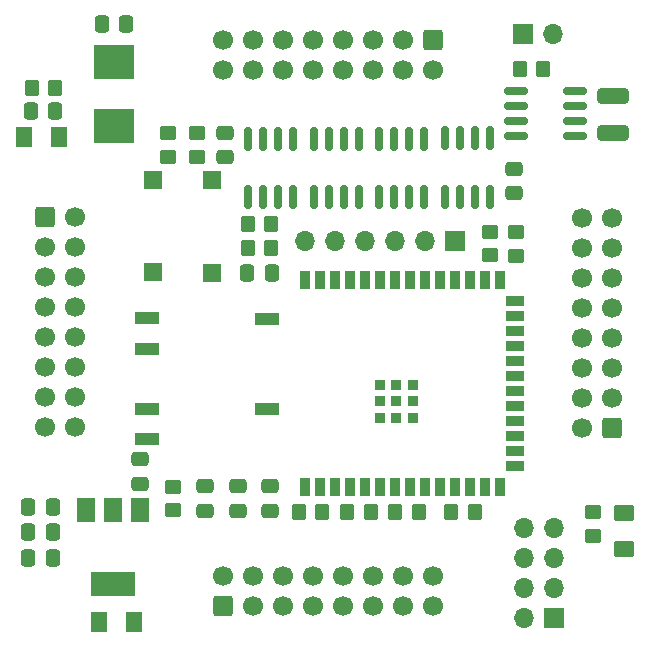
<source format=gbr>
%TF.GenerationSoftware,KiCad,Pcbnew,6.0.11+dfsg-1~bpo11+1*%
%TF.CreationDate,2023-07-05T16:33:08+02:00*%
%TF.ProjectId,avert_21,61766572-745f-4323-912e-6b696361645f,rev?*%
%TF.SameCoordinates,Original*%
%TF.FileFunction,Soldermask,Top*%
%TF.FilePolarity,Negative*%
%FSLAX46Y46*%
G04 Gerber Fmt 4.6, Leading zero omitted, Abs format (unit mm)*
G04 Created by KiCad (PCBNEW 6.0.11+dfsg-1~bpo11+1) date 2023-07-05 16:33:08*
%MOMM*%
%LPD*%
G01*
G04 APERTURE LIST*
G04 Aperture macros list*
%AMRoundRect*
0 Rectangle with rounded corners*
0 $1 Rounding radius*
0 $2 $3 $4 $5 $6 $7 $8 $9 X,Y pos of 4 corners*
0 Add a 4 corners polygon primitive as box body*
4,1,4,$2,$3,$4,$5,$6,$7,$8,$9,$2,$3,0*
0 Add four circle primitives for the rounded corners*
1,1,$1+$1,$2,$3*
1,1,$1+$1,$4,$5*
1,1,$1+$1,$6,$7*
1,1,$1+$1,$8,$9*
0 Add four rect primitives between the rounded corners*
20,1,$1+$1,$2,$3,$4,$5,0*
20,1,$1+$1,$4,$5,$6,$7,0*
20,1,$1+$1,$6,$7,$8,$9,0*
20,1,$1+$1,$8,$9,$2,$3,0*%
G04 Aperture macros list end*
%ADD10RoundRect,0.250000X-0.475000X0.337500X-0.475000X-0.337500X0.475000X-0.337500X0.475000X0.337500X0*%
%ADD11RoundRect,0.250000X0.450000X-0.350000X0.450000X0.350000X-0.450000X0.350000X-0.450000X-0.350000X0*%
%ADD12RoundRect,0.250000X0.337500X0.475000X-0.337500X0.475000X-0.337500X-0.475000X0.337500X-0.475000X0*%
%ADD13RoundRect,0.250000X-0.350000X-0.450000X0.350000X-0.450000X0.350000X0.450000X-0.350000X0.450000X0*%
%ADD14RoundRect,0.150000X0.150000X-0.825000X0.150000X0.825000X-0.150000X0.825000X-0.150000X-0.825000X0*%
%ADD15RoundRect,0.150000X-0.825000X-0.150000X0.825000X-0.150000X0.825000X0.150000X-0.825000X0.150000X0*%
%ADD16RoundRect,0.250000X0.475000X-0.337500X0.475000X0.337500X-0.475000X0.337500X-0.475000X-0.337500X0*%
%ADD17RoundRect,0.250000X0.600000X0.600000X-0.600000X0.600000X-0.600000X-0.600000X0.600000X-0.600000X0*%
%ADD18C,1.700000*%
%ADD19R,2.100000X1.000000*%
%ADD20R,0.900000X1.500000*%
%ADD21R,1.500000X0.900000*%
%ADD22R,0.900000X0.900000*%
%ADD23RoundRect,0.250000X-1.075000X0.400000X-1.075000X-0.400000X1.075000X-0.400000X1.075000X0.400000X0*%
%ADD24RoundRect,0.250000X0.350000X0.450000X-0.350000X0.450000X-0.350000X-0.450000X0.350000X-0.450000X0*%
%ADD25RoundRect,0.250000X0.600000X-0.600000X0.600000X0.600000X-0.600000X0.600000X-0.600000X-0.600000X0*%
%ADD26R,1.700000X1.700000*%
%ADD27O,1.700000X1.700000*%
%ADD28RoundRect,0.250000X-0.600000X0.600000X-0.600000X-0.600000X0.600000X-0.600000X0.600000X0.600000X0*%
%ADD29R,3.500000X2.950000*%
%ADD30RoundRect,0.250001X0.462499X0.624999X-0.462499X0.624999X-0.462499X-0.624999X0.462499X-0.624999X0*%
%ADD31RoundRect,0.250001X-0.462499X-0.624999X0.462499X-0.624999X0.462499X0.624999X-0.462499X0.624999X0*%
%ADD32R,1.500000X1.500000*%
%ADD33RoundRect,0.250000X-0.337500X-0.475000X0.337500X-0.475000X0.337500X0.475000X-0.337500X0.475000X0*%
%ADD34RoundRect,0.250000X-0.600000X-0.600000X0.600000X-0.600000X0.600000X0.600000X-0.600000X0.600000X0*%
%ADD35RoundRect,0.250000X-0.450000X0.350000X-0.450000X-0.350000X0.450000X-0.350000X0.450000X0.350000X0*%
%ADD36RoundRect,0.250001X0.624999X-0.462499X0.624999X0.462499X-0.624999X0.462499X-0.624999X-0.462499X0*%
%ADD37R,1.500000X2.000000*%
%ADD38R,3.800000X2.000000*%
G04 APERTURE END LIST*
D10*
%TO.C,C5*%
X136050000Y-107170000D03*
X136050000Y-109245000D03*
%TD*%
D11*
%TO.C,R2*%
X130165000Y-79260000D03*
X130165000Y-77260000D03*
%TD*%
D12*
%TO.C,C7*%
X120390000Y-108940000D03*
X118315000Y-108940000D03*
%TD*%
D13*
%TO.C,R13*%
X154080000Y-109340000D03*
X156080000Y-109340000D03*
%TD*%
D14*
%TO.C,U8*%
X142460000Y-82675000D03*
X143730000Y-82675000D03*
X145000000Y-82675000D03*
X146270000Y-82675000D03*
X146270000Y-77725000D03*
X145000000Y-77725000D03*
X143730000Y-77725000D03*
X142460000Y-77725000D03*
%TD*%
D15*
%TO.C,U2*%
X159620000Y-73735000D03*
X159620000Y-75005000D03*
X159620000Y-76275000D03*
X159620000Y-77545000D03*
X164570000Y-77545000D03*
X164570000Y-76275000D03*
X164570000Y-75005000D03*
X164570000Y-73735000D03*
%TD*%
D16*
%TO.C,C8*%
X133280000Y-109235000D03*
X133280000Y-107160000D03*
%TD*%
D17*
%TO.C,J4*%
X167700000Y-102210000D03*
D18*
X165160000Y-102210000D03*
X167700000Y-99670000D03*
X165160000Y-99670000D03*
X167700000Y-97130000D03*
X165160000Y-97130000D03*
X167700000Y-94590000D03*
X165160000Y-94590000D03*
X167700000Y-92050000D03*
X165160000Y-92050000D03*
X167700000Y-89510000D03*
X165160000Y-89510000D03*
X167700000Y-86970000D03*
X165160000Y-86970000D03*
X167700000Y-84430000D03*
X165160000Y-84430000D03*
%TD*%
D13*
%TO.C,R12*%
X136865000Y-84970000D03*
X138865000Y-84970000D03*
%TD*%
D11*
%TO.C,R18*%
X159605000Y-87640000D03*
X159605000Y-85640000D03*
%TD*%
D19*
%TO.C,U3*%
X128330000Y-92950000D03*
X128350000Y-95510000D03*
X128350000Y-100590000D03*
X128350000Y-103130000D03*
X138510000Y-100590000D03*
X138510000Y-92970000D03*
%TD*%
D20*
%TO.C,U1*%
X141735000Y-107220000D03*
X143005000Y-107220000D03*
X144275000Y-107220000D03*
X145545000Y-107220000D03*
X146815000Y-107220000D03*
X148085000Y-107220000D03*
X149355000Y-107220000D03*
X150625000Y-107220000D03*
X151895000Y-107220000D03*
X153165000Y-107220000D03*
X154435000Y-107220000D03*
X155705000Y-107220000D03*
X156975000Y-107220000D03*
X158245000Y-107220000D03*
D21*
X159495000Y-105455000D03*
X159495000Y-104185000D03*
X159495000Y-102915000D03*
X159495000Y-101645000D03*
X159495000Y-100375000D03*
X159495000Y-99105000D03*
X159495000Y-97835000D03*
X159495000Y-96565000D03*
X159495000Y-95295000D03*
X159495000Y-94025000D03*
X159495000Y-92755000D03*
X159495000Y-91485000D03*
D20*
X158245000Y-89720000D03*
X156975000Y-89720000D03*
X155705000Y-89720000D03*
X154435000Y-89720000D03*
X153165000Y-89720000D03*
X151895000Y-89720000D03*
X150625000Y-89720000D03*
X149355000Y-89720000D03*
X148085000Y-89720000D03*
X146815000Y-89720000D03*
X145545000Y-89720000D03*
X144275000Y-89720000D03*
X143005000Y-89720000D03*
X141735000Y-89720000D03*
D22*
X149455000Y-99970000D03*
X149455000Y-101370000D03*
X148055000Y-99970000D03*
X150855000Y-98570000D03*
X150855000Y-99970000D03*
X148055000Y-101370000D03*
X150855000Y-101370000D03*
X148055000Y-98570000D03*
X149455000Y-98570000D03*
%TD*%
D23*
%TO.C,R11*%
X167795000Y-74140000D03*
X167795000Y-77240000D03*
%TD*%
D14*
%TO.C,U6*%
X136910000Y-82685000D03*
X138180000Y-82685000D03*
X139450000Y-82685000D03*
X140720000Y-82685000D03*
X140720000Y-77735000D03*
X139450000Y-77735000D03*
X138180000Y-77735000D03*
X136910000Y-77735000D03*
%TD*%
D12*
%TO.C,C9*%
X120390000Y-113210000D03*
X118315000Y-113210000D03*
%TD*%
%TO.C,C12*%
X138927500Y-89090000D03*
X136852500Y-89090000D03*
%TD*%
D11*
%TO.C,R16*%
X157375000Y-87610000D03*
X157375000Y-85610000D03*
%TD*%
D24*
%TO.C,R19*%
X143205000Y-109360000D03*
X141205000Y-109360000D03*
%TD*%
D13*
%TO.C,R15*%
X149360000Y-109330000D03*
X151360000Y-109330000D03*
%TD*%
%TO.C,R17*%
X145295000Y-109350000D03*
X147295000Y-109350000D03*
%TD*%
D25*
%TO.C,J2*%
X134790000Y-117340000D03*
D18*
X134790000Y-114800000D03*
X137330000Y-117340000D03*
X137330000Y-114800000D03*
X139870000Y-117340000D03*
X139870000Y-114800000D03*
X142410000Y-117340000D03*
X142410000Y-114800000D03*
X144950000Y-117340000D03*
X144950000Y-114800000D03*
X147490000Y-117340000D03*
X147490000Y-114800000D03*
X150030000Y-117340000D03*
X150030000Y-114800000D03*
X152570000Y-117340000D03*
X152570000Y-114800000D03*
%TD*%
D10*
%TO.C,C1*%
X138775000Y-107172500D03*
X138775000Y-109247500D03*
%TD*%
D26*
%TO.C,J7*%
X160155000Y-68840000D03*
D27*
X162695000Y-68840000D03*
%TD*%
D14*
%TO.C,U5*%
X153550000Y-82655000D03*
X154820000Y-82655000D03*
X156090000Y-82655000D03*
X157360000Y-82655000D03*
X157360000Y-77705000D03*
X156090000Y-77705000D03*
X154820000Y-77705000D03*
X153550000Y-77705000D03*
%TD*%
D28*
%TO.C,J1*%
X152550000Y-69357500D03*
D18*
X152550000Y-71897500D03*
X150010000Y-69357500D03*
X150010000Y-71897500D03*
X147470000Y-69357500D03*
X147470000Y-71897500D03*
X144930000Y-69357500D03*
X144930000Y-71897500D03*
X142390000Y-69357500D03*
X142390000Y-71897500D03*
X139850000Y-69357500D03*
X139850000Y-71897500D03*
X137310000Y-69357500D03*
X137310000Y-71897500D03*
X134770000Y-69357500D03*
X134770000Y-71897500D03*
%TD*%
D16*
%TO.C,C2*%
X159425000Y-82360000D03*
X159425000Y-80285000D03*
%TD*%
D29*
%TO.C,L1*%
X125545000Y-71250000D03*
X125545000Y-76700000D03*
%TD*%
D12*
%TO.C,C10*%
X120390000Y-111070000D03*
X118315000Y-111070000D03*
%TD*%
D30*
%TO.C,D3*%
X120900000Y-77620000D03*
X117925000Y-77620000D03*
%TD*%
D24*
%TO.C,R20*%
X120570000Y-73410000D03*
X118570000Y-73410000D03*
%TD*%
D31*
%TO.C,D1*%
X124255000Y-118680000D03*
X127230000Y-118680000D03*
%TD*%
D16*
%TO.C,C11*%
X134915000Y-79317500D03*
X134915000Y-77242500D03*
%TD*%
D32*
%TO.C,SW2*%
X128855000Y-81240000D03*
X128855000Y-89040000D03*
%TD*%
D14*
%TO.C,U7*%
X148020000Y-82675000D03*
X149290000Y-82675000D03*
X150560000Y-82675000D03*
X151830000Y-82675000D03*
X151830000Y-77725000D03*
X150560000Y-77725000D03*
X149290000Y-77725000D03*
X148020000Y-77725000D03*
%TD*%
D32*
%TO.C,SW1*%
X133855000Y-81280000D03*
X133855000Y-89080000D03*
%TD*%
D26*
%TO.C,J5*%
X154400000Y-86415000D03*
D27*
X151860000Y-86415000D03*
X149320000Y-86415000D03*
X146780000Y-86415000D03*
X144240000Y-86415000D03*
X141700000Y-86415000D03*
%TD*%
D13*
%TO.C,R14*%
X136865000Y-86970000D03*
X138865000Y-86970000D03*
%TD*%
D33*
%TO.C,C3*%
X124500000Y-68000000D03*
X126575000Y-68000000D03*
%TD*%
D11*
%TO.C,R1*%
X132555000Y-79270000D03*
X132555000Y-77270000D03*
%TD*%
D26*
%TO.C,J8*%
X162795000Y-118340000D03*
D27*
X160255000Y-118340000D03*
X162795000Y-115800000D03*
X160255000Y-115800000D03*
X162795000Y-113260000D03*
X160255000Y-113260000D03*
X162795000Y-110720000D03*
X160255000Y-110720000D03*
%TD*%
D34*
%TO.C,J3*%
X119690000Y-84400000D03*
D18*
X122230000Y-84400000D03*
X119690000Y-86940000D03*
X122230000Y-86940000D03*
X119690000Y-89480000D03*
X122230000Y-89480000D03*
X119690000Y-92020000D03*
X122230000Y-92020000D03*
X119690000Y-94560000D03*
X122230000Y-94560000D03*
X119690000Y-97100000D03*
X122230000Y-97100000D03*
X119690000Y-99640000D03*
X122230000Y-99640000D03*
X119690000Y-102180000D03*
X122230000Y-102180000D03*
%TD*%
D35*
%TO.C,R9*%
X166095000Y-109340000D03*
X166095000Y-111340000D03*
%TD*%
D36*
%TO.C,D2*%
X168695000Y-112440000D03*
X168695000Y-109465000D03*
%TD*%
D12*
%TO.C,C4*%
X120600000Y-75420000D03*
X118525000Y-75420000D03*
%TD*%
D35*
%TO.C,R8*%
X130565000Y-107220000D03*
X130565000Y-109220000D03*
%TD*%
D16*
%TO.C,C6*%
X127765000Y-106957500D03*
X127765000Y-104882500D03*
%TD*%
D37*
%TO.C,U4*%
X127795000Y-109170000D03*
X125495000Y-109170000D03*
D38*
X125495000Y-115470000D03*
D37*
X123195000Y-109170000D03*
%TD*%
D24*
%TO.C,R10*%
X161895000Y-71840000D03*
X159895000Y-71840000D03*
%TD*%
M02*

</source>
